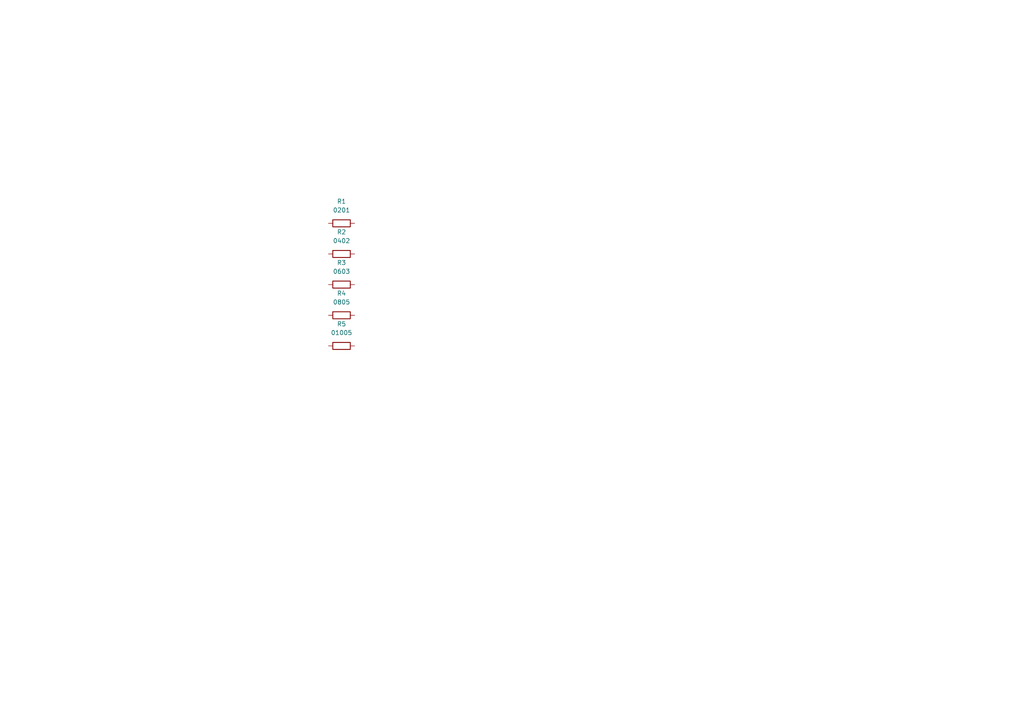
<source format=kicad_sch>
(kicad_sch (version 20231120) (generator "eeschema") (generator_version "8.0")
  (paper "A4")
  (lib_symbols
    (symbol "Device:R" (pin_numbers hide) (pin_names (offset 0))
      (property "Reference" "R" (at 2.032 0 90))
      (property "Value" "R" (at 0 0 90))
      (symbol "R_0_1"
        (rectangle (start -1.016 -2.54) (end 1.016 2.54) (stroke (width 0.254)))
      )
      (symbol "R_1_1"
        (pin passive line (at 0 3.81 270) (length 1.27) (name "~") (number "1"))
        (pin passive line (at 0 -3.81 90) (length 1.27) (name "~") (number "2"))
      )
    )
  )
  (symbol (lib_id "Device:R") (at 99.06 91.44 90) (unit 1)
    (property "Reference" "R4" (at 99.06 85.09 90))
    (property "Value" "0805" (at 99.06 87.63 90))
    (property "Footprint" "Resistor_SMD:R_0805_2012Metric" (effects (hide yes)))
    (property "Description" "Resistor" (effects (hide yes)))
  )
  (symbol (lib_id "Device:R") (at 99.06 82.55 90) (unit 1)
    (property "Reference" "R3" (at 99.06 76.2 90))
    (property "Value" "0603" (at 99.06 78.74 90))
    (property "Footprint" "Resistor_SMD:R_0603_1608Metric" (effects (hide yes)))
    (property "Description" "Resistor" (effects (hide yes)))
  )
  (symbol (lib_id "Device:R") (at 99.06 100.33 90) (unit 1)
    (property "Reference" "R5" (at 99.06 93.98 90))
    (property "Value" "01005" (at 99.06 96.52 90))
    (property "Footprint" "Resistor_SMD:R_01005_0402Metric" (effects (hide yes)))
    (property "Description" "Resistor" (effects (hide yes)))
  )
  (symbol (lib_id "Device:R") (at 99.06 64.77 90) (unit 1)
    (property "Reference" "R1" (at 99.06 58.42 90))
    (property "Value" "0201" (at 99.06 60.96 90))
    (property "Footprint" "Resistor_SMD:R_0201_0603Metric" (effects (hide yes)))
    (property "Description" "Resistor" (effects (hide yes)))
  )
  (symbol (lib_id "Device:R") (at 99.06 73.66 90) (unit 1)
    (property "Reference" "R2" (at 99.06 67.31 90))
    (property "Value" "0402" (at 99.06 69.85 90))
    (property "Footprint" "Resistor_SMD:R_0402_1005Metric" (effects (hide yes)))
    (property "Description" "Resistor" (effects (hide yes)))
  )
)
</source>
